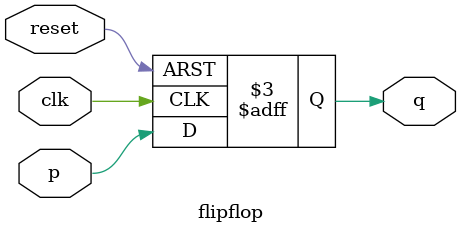
<source format=sv>
/* 
 * This file is part of the Processor Architecture (PA) course project
 * Copyright (c) 2018 Fabio Banchelli.
 * 
 * This program is free software: you can redistribute it and/or modify  
 * it under the terms of the GNU General Public License as published by  
 * the Free Software Foundation, version 3.
 *
 * This program is distributed in the hope that it will be useful, but 
 * WITHOUT ANY WARRANTY; without even the implied warranty of 
 * MERCHANTABILITY or FITNESS FOR A PARTICULAR PURPOSE. See the GNU 
 * General Public License for more details.
 *
 * You should have received a copy of the GNU General Public License 
 * along with this program. If not, see <http://www.gnu.org/licenses/>.
*/

module flipflop(p, clk, reset, q);
parameter LENGTH = 1;

input wire [LENGTH-1:0] p;
input wire clk;
input wire reset;
output reg [LENGTH-1:0] q;

always @ (posedge clk or posedge reset) begin
  if (reset == 1) begin
    q <= 0;
  end
  else begin
    q <= p;
  end
end

endmodule

</source>
